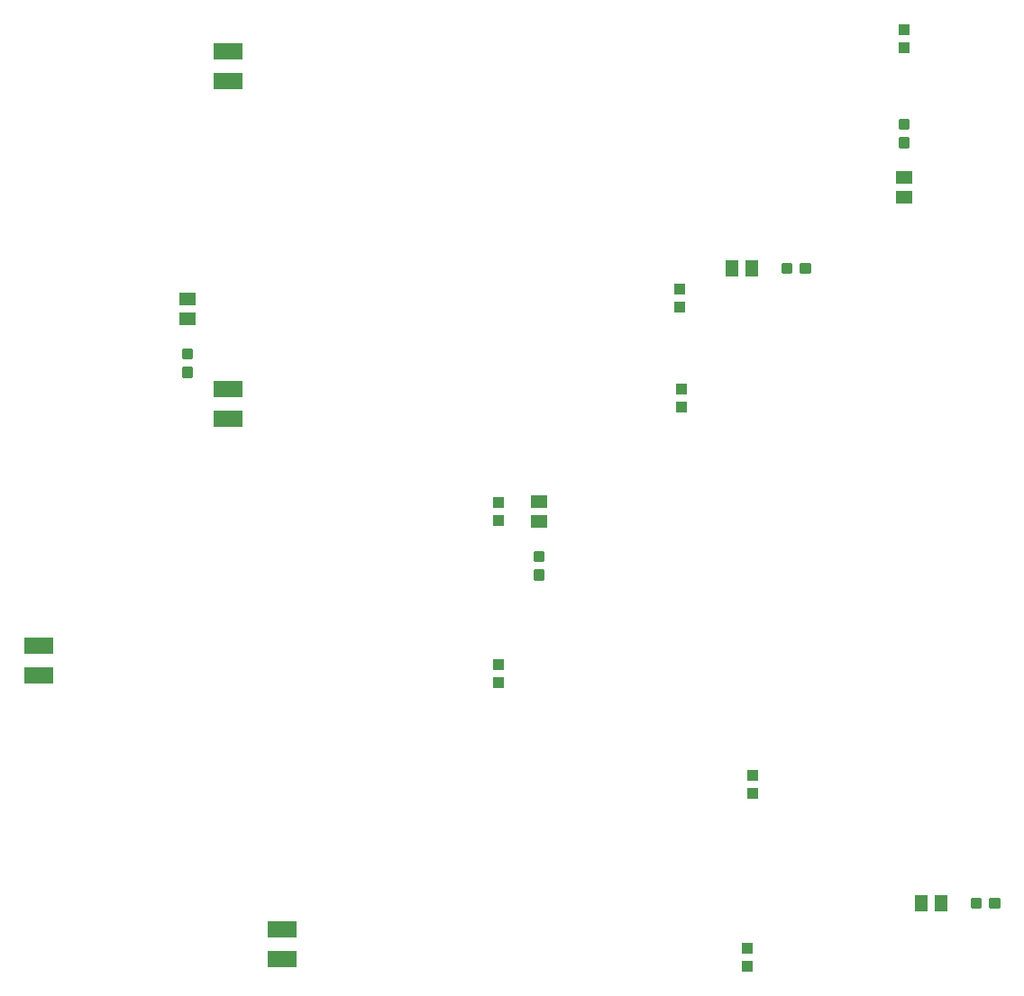
<source format=gtp>
G75*
%MOIN*%
%OFA0B0*%
%FSLAX25Y25*%
%IPPOS*%
%LPD*%
%AMOC8*
5,1,8,0,0,1.08239X$1,22.5*
%
%ADD10R,0.10630X0.06299*%
%ADD11R,0.03937X0.04331*%
%ADD12C,0.01181*%
%ADD13R,0.04331X0.03937*%
%ADD14R,0.05906X0.05118*%
%ADD15R,0.05118X0.05906*%
D10*
X0141000Y0140488D03*
X0141000Y0151512D03*
X0211000Y0235488D03*
X0211000Y0246512D03*
X0211000Y0360488D03*
X0211000Y0371512D03*
X0231000Y0046512D03*
X0231000Y0035488D03*
D11*
X0311000Y0137654D03*
X0311000Y0144346D03*
X0378500Y0239654D03*
X0378500Y0246346D03*
X0461000Y0372654D03*
X0461000Y0379346D03*
X0403000Y0039346D03*
X0403000Y0032654D03*
D12*
X0488925Y0054622D02*
X0488925Y0057378D01*
X0488925Y0054622D02*
X0486169Y0054622D01*
X0486169Y0057378D01*
X0488925Y0057378D01*
X0488925Y0055802D02*
X0486169Y0055802D01*
X0486169Y0056982D02*
X0488925Y0056982D01*
X0495831Y0057378D02*
X0495831Y0054622D01*
X0493075Y0054622D01*
X0493075Y0057378D01*
X0495831Y0057378D01*
X0495831Y0055802D02*
X0493075Y0055802D01*
X0493075Y0056982D02*
X0495831Y0056982D01*
X0327378Y0176169D02*
X0324622Y0176169D01*
X0324622Y0178925D01*
X0327378Y0178925D01*
X0327378Y0176169D01*
X0327378Y0177349D02*
X0324622Y0177349D01*
X0324622Y0178529D02*
X0327378Y0178529D01*
X0327378Y0183075D02*
X0324622Y0183075D01*
X0324622Y0185831D01*
X0327378Y0185831D01*
X0327378Y0183075D01*
X0327378Y0184255D02*
X0324622Y0184255D01*
X0324622Y0185435D02*
X0327378Y0185435D01*
X0197378Y0251169D02*
X0194622Y0251169D01*
X0194622Y0253925D01*
X0197378Y0253925D01*
X0197378Y0251169D01*
X0197378Y0252349D02*
X0194622Y0252349D01*
X0194622Y0253529D02*
X0197378Y0253529D01*
X0197378Y0258075D02*
X0194622Y0258075D01*
X0194622Y0260831D01*
X0197378Y0260831D01*
X0197378Y0258075D01*
X0197378Y0259255D02*
X0194622Y0259255D01*
X0194622Y0260435D02*
X0197378Y0260435D01*
X0418925Y0289622D02*
X0418925Y0292378D01*
X0418925Y0289622D02*
X0416169Y0289622D01*
X0416169Y0292378D01*
X0418925Y0292378D01*
X0418925Y0290802D02*
X0416169Y0290802D01*
X0416169Y0291982D02*
X0418925Y0291982D01*
X0425831Y0292378D02*
X0425831Y0289622D01*
X0423075Y0289622D01*
X0423075Y0292378D01*
X0425831Y0292378D01*
X0425831Y0290802D02*
X0423075Y0290802D01*
X0423075Y0291982D02*
X0425831Y0291982D01*
X0459622Y0338925D02*
X0462378Y0338925D01*
X0462378Y0336169D01*
X0459622Y0336169D01*
X0459622Y0338925D01*
X0459622Y0337349D02*
X0462378Y0337349D01*
X0462378Y0338529D02*
X0459622Y0338529D01*
X0459622Y0345831D02*
X0462378Y0345831D01*
X0462378Y0343075D01*
X0459622Y0343075D01*
X0459622Y0345831D01*
X0459622Y0344255D02*
X0462378Y0344255D01*
X0462378Y0345435D02*
X0459622Y0345435D01*
D13*
X0378000Y0283346D03*
X0378000Y0276654D03*
X0311000Y0204346D03*
X0311000Y0197654D03*
X0405000Y0103346D03*
X0405000Y0096654D03*
D14*
X0326000Y0197260D03*
X0326000Y0204740D03*
X0196000Y0272260D03*
X0196000Y0279740D03*
X0461000Y0317260D03*
X0461000Y0324740D03*
D15*
X0404740Y0291000D03*
X0397260Y0291000D03*
X0467260Y0056000D03*
X0474740Y0056000D03*
M02*

</source>
